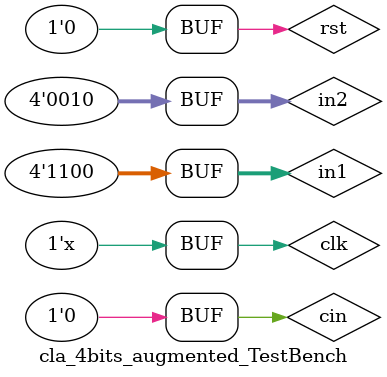
<source format=v>
`timescale 1ns / 1ps


module cla_4bits_augmented_TestBench;
	// Inputs
	reg clk;
	reg rst;
	reg [3:0] in1;
	reg [3:0] in2;
	reg cin;

	// Outputs
	wire [3:0] sum;
	wire p;
	wire g;

	// Instantiate the Unit Under Test (UUT)
	wrapper uut (
		.clk(clk), 
		.rst(rst), 
		.in1(in1), 
		.in2(in2), 
		.cin(cin), 
		.sum(sum), 
		.p(p), 
		.g(g)
	);

	initial begin
		$monitor ("in1 = %d, in2 = %d, c_in = %d, sum = %d, p = %d, g = %d", in1, in2, cin, sum, p, g);
		// Initialize Inputs
		in1 <= 0;
		in2 <= 0;
		cin <= 0;
		rst <= 1'd1;
		clk <= 0;

		// Wait 100 ns for global reset to finish
		#100; rst = 1'd0;
	end
	
	always #10 clk=~clk;
	
	initial begin
	
        
		// Add stimulus here

		
		in1 = 4'd7; in2 = 4'd1; cin = 0;
		#100;
		
		in1 = 4'd3; in2 = 4'd6; cin = 1;
		#100;
		
	   in1 = 4'd3; in2 = 4'd10; cin = 0;
		#100;
		
		in1 = 4'd12; in2 = 4'd2; cin = 0;
		#100;
		
	end


      
endmodule


</source>
